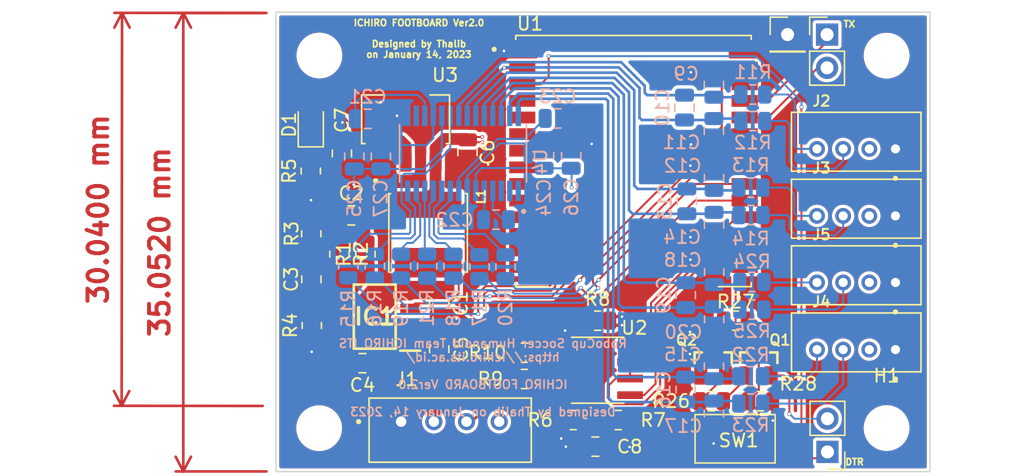
<source format=kicad_pcb>
(kicad_pcb (version 20211014) (generator pcbnew)
  (layers (0 "F.Cu" signal) (1 "In1.Cu" signal "GND") (2 "In2.Cu" signal "PWR") (31 "B.Cu" signal) (34 "B.Paste" user) (35 "F.Paste" user) (36 "B.SilkS" user "B.Silkscreen") (37 "F.SilkS" user "F.Silkscreen") (38 "B.Mask" user) (39 "F.Mask" user) (44 "Edge.Cuts" user))
  (net 0 "")
  (net 10 "+5V")
  (net 11 "Net-(C3-Pad2)")
  (net 12 "Net-(C4-Pad2)")
  (net 13 "Net-(C5-Pad1)")
  (net 14 "Net-(C5-Pad2)")
  (net 15 "+3V3")
  (net 16 "Net-(D1-Pad1)")
  (net 17 "Net-(IC1-Pad7)")
  (net 18 "DXL_P")
  (net 19 "DXL_N")
  (net 20 "FL_P")
  (net 21 "FL_N")
  (net 22 "VIN")
  (net 23 "GND")
  (net 24 "DXL_RX")
  (net 25 "Net-(C3-Pad1)")
  (net 26 "DXL_TX")
  (net 27 "Net-(IC1-Pad5)")
  (net 28 "DXL_DIR")
  (net 29 "FR_P")
  (net 30 "FR_N")
  (net 31 "BL_P")
  (net 32 "BL_N")
  (net 33 "BR_P")
  (net 34 "BR_N")
  (net 35 "Net-(C21-Pad2)")
  (net 36 "Net-(C22-Pad1)")
  (net 37 "Net-(C22-Pad2)")
  (net 38 "Net-(C23-Pad2)")
  (net 39 "Net-(J2-Pad3)")
  (net 40 "Net-(J2-Pad4)")
  (net 41 "Net-(J3-Pad3)")
  (net 42 "Net-(J3-Pad4)")
  (net 43 "Net-(J4-Pad3)")
  (net 44 "Net-(J4-Pad4)")
  (net 45 "Net-(J5-Pad3)")
  (net 46 "Net-(J5-Pad4)")
  (net 47 "TX")
  (net 48 "RX")
  (net 49 "EN")
  (net 50 "RTS")
  (net 51 "Net-(Q1-PadB)")
  (net 52 "IO0")
  (net 53 "DTR")
  (net 54 "Net-(Q2-PadB)")
  (net 55 "Net-(R6-Pad1)")
  (net 56 "Net-(R10-Pad1)")
  (net 57 "ADS_RESET")
  (net 58 "ADS_DRDY")
  (net 59 "ADS_CS")
  (net 60 "ADS_SCLK")
  (net 61 "ADS_DOUT")
  (net 62 "ADS_START")
  (net 63 "ADS_DIN")
  (net 68 "Net-(R15-Pad2)")
  (net 69 "Net-(R16-Pad2)")
  (net 70 "Net-(R17-Pad2)")
  (net 71 "Net-(R18-Pad2)")
  (net 72 "Net-(R19-Pad2)")
  (net 73 "Net-(R20-Pad2)")
  (net 74 "Net-(R21-Pad2)")
  (footprint "Capacitor_SMD:C_0805_2012Metric" (layer "F.Cu") (at 96.78 100.89 -90)
    (fp_text reference "C5")
    (fp_text value "100nF")
  )
  (footprint "Capacitor_SMD:C_0805_2012Metric" (layer "F.Cu") (at 108.715 108.34 180)
    (fp_text reference "C8")
    (fp_text value "100nF")
  )
  (footprint "Resistor_SMD:R_0805_2012Metric" (layer "F.Cu") (at 119.44 98.71 180)
    (fp_text reference "R27")
    (fp_text value "10k")
  )
  (footprint "Resistor_SMD:R_0805_2012Metric" (layer "F.Cu") (at 86.96 87.2725 90)
    (fp_text reference "R5")
    (fp_text value "220")
  )
  (footprint "Resistor_SMD:R_0805_2012Metric" (layer "F.Cu") (at 110.4675 106.31 180)
    (fp_text reference "R7")
    (fp_text value "1k")
  )
  (footprint "Capacitor_SMD:C_0805_2012Metric" (layer "F.Cu") (at 90.06 90.66)
    (fp_text reference "C2")
    (fp_text value "22uF/6.3")
  )
  (footprint "MAX485ESA_T:SOIC127P600X175-8N" (layer "F.Cu") (at 108.895 102.5 180)
    (fp_text reference "U2")
    (fp_text value "MAX485E")
  )
  (footprint "LIB_ESP32-WROOM-32UE_M113EH2800UH3Q0_:XCVR_ESP32-WROOM-32U" (layer "F.Cu") (at 111.63 86.51)
    (fp_text reference "U1")
    (fp_text value "ESP32-WROOM-32U")
  )
  (footprint "LED_SMD:LED_0805_2012Metric" (layer "F.Cu") (at 86.96 83.74 90)
    (fp_text reference "D1")
    (fp_text value "LED")
  )
  (footprint "MountingHole:MountingHole_3mm" (layer "F.Cu") (at 130.98 106.92)
    (fp_text reference "H1")
    (fp_text value "MountingHole" hide)
  )
  (footprint "B4B-PH-K-S_LF__SN_:JST_B4B-PH-K-S(LF)(SN)" (layer "F.Cu") (at 128.66 90.15)
    (fp_text reference "J3")
    (fp_text value "B4B-PH-K-S(LF)(SN)")
  )
  (footprint "MMBT2222_:SOT23-BEC" (layer "F.Cu") (at 117.7225 101.8)
    (fp_text reference "Q2")
    (fp_text value "MMBT2222*")
  )
  (footprint "MountingHole:MountingHole_3mm" (layer "F.Cu") (at 87.62 78.44)
    (fp_text reference "H3" hide)
    (fp_text value "MountingHole" hide)
  )
  (footprint "Resistor_SMD:R_0805_2012Metric" (layer "F.Cu") (at 103.29 103.17 180)
    (fp_text reference "R9")
    (fp_text value "22")
  )
  (footprint "MMBT2222_:SOT23-BEC" (layer "F.Cu") (at 121.21 101.8)
    (fp_text reference "Q1")
    (fp_text value "MMBT2222*")
  )
  (footprint "Resistor_SMD:R_0805_2012Metric" (layer "F.Cu") (at 108.89 98.71)
    (fp_text reference "R8")
    (fp_text value "1k")
  )
  (footprint "MountingHole:MountingHole_3mm" (layer "F.Cu") (at 130.98 78.45)
    (fp_text reference "H4" hide)
    (fp_text value "MountingHole")
  )
  (footprint "Capacitor_SMD:C_0805_2012Metric" (layer "F.Cu") (at 96.78 97.38 90)
    (fp_text reference "C1")
    (fp_text value "10uF/25")
  )
  (footprint "Button_Switch_SMD:SW_SPST_CK_RS282G05A3" (layer "F.Cu") (at 119.4 107.74)
    (fp_text reference "SW1")
    (fp_text value "SW_Push" hide)
  )
  (footprint "VLS6045EX-3R3N:IND_VLS6045EX-3R3N" (layer "F.Cu") (at 95.93 92 90)
    (fp_text reference "L1")
    (fp_text value "22uH")
  )
  (footprint "Connector_PinHeader_2.54mm asli:PinHeader_1x01_P2.54mm_Vertical" (layer "F.Cu") (at 123.41 76.84)
    (fp_text reference "J8" hide)
    (fp_text value "Conn_01x01")
  )
  (footprint "Resistor_SMD:R_0805_2012Metric" (layer "F.Cu") (at 107.025 106.31 180)
    (fp_text reference "R6")
    (fp_text value "1k")
  )
  (footprint "B4B-PH-K-S_LF__SN_:JST_B4B-PH-K-S(LF)(SN)" (layer "F.Cu") (at 128.66 95.24)
    (fp_text reference "J5")
    (fp_text value "B4B-PH-K-S(LF)(SN)")
  )
  (footprint "Resistor_SMD:R_0805_2012Metric" (layer "F.Cu") (at 117.59 104.87)
    (fp_text reference "R26")
    (fp_text value "10k")
  )
  (footprint "Connector_PinHeader_2.54mm asli:PinHeader_1x02_P2.54mm_Vertical" (layer "F.Cu") (at 126.43 76.84)
    (fp_text reference "TX")
    (fp_text value "Conn_01x02")
  )
  (footprint "Resistor_SMD:R_0805_2012Metric" (layer "F.Cu") (at 87.04 99.08 90)
    (fp_text reference "R4")
    (fp_text value "100k")
  )
  (footprint "Capacitor_SMD:C_0805_2012Metric" (layer "F.Cu") (at 89.34 85.926 90)
    (fp_text reference "C7")
    (fp_text value "10uF")
  )
  (footprint "Capacitor_SMD:C_0805_2012Metric" (layer "F.Cu") (at 98.94 85.836 90)
    (fp_text reference "C6")
    (fp_text value "10uF")
  )
  (footprint "22-03-5045:MOLEX_22-03-5045" (layer "F.Cu") (at 97.6175 107.08)
    (fp_text reference "J1")
    (fp_text value "22-03-5045" hide)
  )
  (footprint "B4B-PH-K-S_LF__SN_:JST_B4B-PH-K-S(LF)(SN)" (layer "F.Cu") (at 128.66 100.3725)
    (fp_text reference "J4")
    (fp_text value "B4B-PH-K-S(LF)(SN)")
  )
  (footprint "B4B-PH-K-S_LF__SN_:JST_B4B-PH-K-S(LF)(SN)" (layer "F.Cu") (at 128.66 85.03)
    (fp_text reference "J2")
    (fp_text value "B4B-PH-K-S(LF)(SN)")
  )
  (footprint "Capacitor_SMD:C_0805_2012Metric" (layer "F.Cu") (at 90.91 101.96 180)
    (fp_text reference "C4")
    (fp_text value "100nF")
  )
  (footprint "AMS1117:SOT229P700X180-4N" (layer "F.Cu") (at 94.21 83.316 90)
    (fp_text reference "U3")
    (fp_text value "AMS1117-3.3" hide)
  )
  (footprint "Resistor_SMD:R_0805_2012Metric" (layer "F.Cu") (at 91.14 93.62 90)
    (fp_text reference "R1")
    (fp_text value "8.2k")
  )
  (footprint "Resistor_SMD:R_0805_2012Metric" (layer "F.Cu") (at 121.34 104.87)
    (fp_text reference "R28")
    (fp_text value "10k")
  )
  (footprint "KiCad:SOIC127P600X175-8N" (layer "F.Cu") (at 91.85 98.4 180)
    (fp_text reference "IC1")
    (fp_text value "MP1482DS-LF-Z" hide)
  )
  (footprint "Resistor_SMD:R_0805_2012Metric" (layer "F.Cu") (at 103.29 101.16 180)
    (fp_text reference "R10")
    (fp_text value "22")
  )
  (footprint "MountingHole:MountingHole_3mm" (layer "F.Cu") (at 87.6 106.93)
    (fp_text reference "H2")
    (fp_text value "MountingHole" hide)
  )
  (footprint "Connector_PinHeader_2.54mm asli:PinHeader_1x02_P2.54mm_Vertical" (layer "F.Cu") (at 126.46 108.745 180)
    (fp_text reference "DTR")
    (fp_text value "Conn_01x02")
  )
  (footprint "Resistor_SMD:R_0805_2012Metric" (layer "F.Cu") (at 87 92.07 -90)
    (fp_text reference "R3")
    (fp_text value "8.2k")
  )
  (footprint "Capacitor_SMD:C_0805_2012Metric" (layer "F.Cu") (at 87.01 95.55 -90)
    (fp_text reference "C3")
    (fp_text value "4.7nF")
  )
  (footprint "Resistor_SMD:R_0805_2012Metric" (layer "F.Cu") (at 89.15 93.6225 -90)
    (fp_text reference "R2")
    (fp_text value "47k")
  )
  (footprint "Resistor_SMD:R_0805_2012Metric" (layer "B.Cu") (at 97.87 94.55 -90)
    (fp_text reference "R18")
    (fp_text value "47")
  )
  (footprint "Resistor_SMD:R_0805_2012Metric" (layer "B.Cu") (at 95.86 94.5425 -90)
    (fp_text reference "R21")
    (fp_text value "47")
  )
  (footprint "Capacitor_SMD:C_0805_2012Metric" (layer "B.Cu") (at 117.78 102.2 -90)
    (fp_text reference "C15")
    (fp_text value "1nF")
  )
  (footprint "Resistor_SMD:R_0805_2012Metric" (layer "B.Cu") (at 120.6 88.54)
    (fp_text reference "R13")
    (fp_text value "1k")
  )
  (footprint "Resistor_SMD:R_0805_2012Metric" (layer "B.Cu") (at 89.83 94.52 -90)
    (fp_text reference "R15")
    (fp_text value "47")
  )
  (footprint "Capacitor_SMD:C_0805_2012Metric" (layer "B.Cu") (at 117.78 80.68 -90)
    (fp_text reference "C9")
    (fp_text value "1nF")
  )
  (footprint "Capacitor_SMD:C_0805_2012Metric" (layer "B.Cu") (at 117.79 87.8 -90)
    (fp_text reference "C12")
    (fp_text value "1nF")
  )
  (footprint "Resistor_SMD:R_0805_2012Metric" (layer "B.Cu") (at 120.68 95.75)
    (fp_text reference "R24")
    (fp_text value "1k")
  )
  (footprint "Resistor_SMD:R_0805_2012Metric" (layer "B.Cu") (at 120.59 102.96)
    (fp_text reference "R22")
    (fp_text value "1k")
  )
  (footprint "Resistor_SMD:R_0805_2012Metric" (layer "B.Cu") (at 120.75 83.45)
    (fp_text reference "R12")
    (fp_text value "1k")
  )
  (footprint "Capacitor_SMD:C_0805_2012Metric" (layer "B.Cu") (at 101.12 90.99 180)
    (fp_text reference "C22")
    (fp_text value "4.7nF")
  )
  (footprint "Resistor_SMD:R_0805_2012Metric" (layer "B.Cu") (at 120.61 90.64)
    (fp_text reference "R14")
    (fp_text value "1k")
  )
  (footprint "Capacitor_SMD:C_0805_2012Metric" (layer "B.Cu") (at 115.62 103.98 -90)
    (fp_text reference "C16")
    (fp_text value "1nF")
  )
  (footprint "Capacitor_SMD:C_0805_2012Metric" (layer "B.Cu") (at 115.71 89.59 -90)
    (fp_text reference "C13")
    (fp_text value "1nF")
  )
  (footprint "Resistor_SMD:R_0805_2012Metric" (layer "B.Cu") (at 101.85 94.5925 -90)
    (fp_text reference "R20")
    (fp_text value "47")
  )
  (footprint "Capacitor_SMD:C_0805_2012Metric" (layer "B.Cu") (at 117.8 95 -90)
    (fp_text reference "C18")
    (fp_text value "1nF")
  )
  (footprint "Resistor_SMD:R_0805_2012Metric" (layer "B.Cu") (at 120.68 97.86)
    (fp_text reference "R25")
    (fp_text value "1k")
  )
  (footprint "Resistor_SMD:R_0805_2012Metric" (layer "B.Cu") (at 99.86 94.595 -90)
    (fp_text reference "R17")
    (fp_text value "47")
  )
  (footprint "Capacitor_SMD:C_0805_2012Metric" (layer "B.Cu") (at 115.63 96.76 -90)
    (fp_text reference "C19")
    (fp_text value "1nF")
  )
  (footprint "Resistor_SMD:R_0805_2012Metric" (layer "B.Cu") (at 93.86 94.5425 -90)
    (fp_text reference "R19")
    (fp_text value "47")
  )
  (footprint "Capacitor_SMD:C_0805_2012Metric" (layer "B.Cu") (at 90.29 86.16 -90)
    (fp_text reference "C25")
    (fp_text value "0.1uF")
  )
  (footprint "Capacitor_SMD:C_0805_2012Metric" (layer "B.Cu") (at 117.79 91.38 90)
    (fp_text reference "C14")
    (fp_text value "1nF")
  )
  (footprint "Resistor_SMD:R_0805_2012Metric" (layer "B.Cu") (at 91.86 94.5425 -90)
    (fp_text reference "R16")
    (fp_text value "47")
  )
  (footprint "Capacitor_SMD:C_0805_2012Metric" (layer "B.Cu") (at 104.8 86.11 -90)
    (fp_text reference "C24")
    (fp_text value "0.1uF")
  )
  (footprint "Capacitor_SMD:C_0805_2012Metric" (layer "B.Cu") (at 117.78 84.21 90)
    (fp_text reference "C11")
    (fp_text value "1nF")
  )
  (footprint "Capacitor_SMD:C_0805_2012Metric" (layer "B.Cu") (at 106.87 86.11 -90)
    (fp_text reference "C26")
    (fp_text value "1uF")
  )
  (footprint "Capacitor_SMD:C_0805_2012Metric" (layer "B.Cu") (at 91.31 83.28 180)
    (fp_text reference "C21")
    (fp_text value "1uF")
  )
  (footprint "Capacitor_SMD:C_0805_2012Metric" (layer "B.Cu") (at 117.8 98.6 90)
    (fp_text reference "C20")
    (fp_text value "1nF")
  )
  (footprint "ADS1262IPW:SOP65P640X120-28N" (layer "B.Cu") (at 98.6 85.915 90)
    (fp_text reference "U4")
    (fp_text value "ADS1262IPW")
  )
  (footprint "Capacitor_SMD:C_0805_2012Metric" (layer "B.Cu") (at 115.53 82.42 -90)
    (fp_text reference "C10")
    (fp_text value "1nF")
  )
  (footprint "Resistor_SMD:R_0805_2012Metric" (layer "B.Cu") (at 120.59 105.05)
    (fp_text reference "R23")
    (fp_text value "1k")
  )
  (footprint "Capacitor_SMD:C_0805_2012Metric" (layer "B.Cu") (at 117.78 105.8 90)
    (fp_text reference "C17")
    (fp_text value "1nF")
  )
  (footprint "Resistor_SMD:R_0805_2012Metric" (layer "B.Cu") (at 120.75 81.42)
    (fp_text reference "R11")
    (fp_text value "1k")
  )
  (footprint "Capacitor_SMD:C_0805_2012Metric" (layer "B.Cu") (at 92.32 86.16 -90)
    (fp_text reference "C27")
    (fp_text value "1uF")
  )
  (footprint "Capacitor_SMD:C_0805_2012Metric" (layer "B.Cu") (at 105.83 83.25 180)
    (fp_text reference "C23")
    (fp_text value "1uF")
  )
  (gr_rect (start 134.3 110.25) (end 84.3 75.125) (layer "Edge.Cuts") (width 0.1) (fill none))
  (gr_text "RoboCup Soccer Humanoid Team ICHIRO ITS\nhttps://ichiro.its.ac.id/\n\nICHIRO FOOTBOARD Ver2.0\n\nDesigned by Thalib on January 14, 2023" (at 100.12 103.07) (layer "B.SilkS") (effects (font (size 0.65 0.65) (thickness 0.125)) (justify mirror)))
  (gr_text "ICHIRO FOOTBOARD Ver2.0\n\nDesigned by Thalib\non January 14, 2023" (at 95.23 77.15) (layer "F.SilkS") (effects (font (size 0.5 0.5) (thickness 0.125))))
  (dimension (type aligned) (layer "F.Cu") (pts (xy 83.81 75.19) (xy 83.78 105.23)) (height 11.278286) (gr_text "30,0400 mm" (at 70.716721 90.196939 89.94278053) (layer "F.Cu") (effects (font (size 1.5 1.5) (thickness 0.3)))) (format (units 3) (units_format 1) (precision 4)) (style (thickness 0.2) (arrow_length 1.27) (text_position_mode 0) (extension_height 0.58642) (extension_offset 0.5) keep_text_aligned))
  (dimension (type aligned) (layer "F.Cu") (pts (xy 84.074 75.184) (xy 84.074 110.236)) (height 6.858) (gr_text "35,0520 mm" (at 75.416 92.71 90) (layer "F.Cu") (effects (font (size 1.5 1.5) (thickness 0.3)))) (format (units 3) (units_format 1) (precision 4)) (style (thickness 0.2) (arrow_length 1.27) (text_position_mode 0) (extension_height 0.58642) (extension_offset 0.5) keep_text_aligned))
  (segment (start 96.5 85.53) (end 97.21 84.82) (width 0.9) (layer "F.Cu") (net 10))
  (segment (start 91.01 90.66) (end 91.77 89.9) (width 1) (layer "F.Cu") (net 10))
  (segment (start 100.07 85.07) (end 99.124 85.07) (width 0.15) (layer "F.Cu") (net 10))
  (segment (start 98.874 84.82) (end 98.94 84.886) (width 0.15) (layer "F.Cu") (net 10))
  (segment (start 100.07 84.67) (end 99.156 84.67) (width 0.15) (layer "F.Cu") (net 10))
  (segment (start 91.01 92.5775) (end 91.01 90.92) (width 1) (layer "F.Cu") (net 10))
  (segment (start 91.14 92.7075) (end 91.01 92.5775) (width 1) (layer "F.Cu") (net 10))
  (segment (start 96.5 89.33) (end 95.93 89.9) (width 0.15) (layer "F.Cu") (net 10))
  (segment (start 97.21 84.82) (end 98.874 84.82) (width 0.9) (layer "F.Cu") (net 10))
  (segment (start 91.77 89.9) (end 95.93 89.9) (width 1) (layer "F.Cu") (net 10))
  (segment (start 91.01 90.92) (end 91.14 90.79) (width 1) (layer "F.Cu") (net 10))
  (segment (start 96.5 86.661) (end 96.5 85.53) (width 0.9) (layer "F.Cu") (net 10))
  (segment (start 99.156 84.67) (end 98.94 84.886) (width 0.15) (layer "F.Cu") (net 10))
  (segment (start 96.5 86.661) (end 96.5 89.33) (width 0.9) (layer "F.Cu") (net 10))
  (segment (start 99.124 85.07) (end 98.94 84.886) (width 0.15) (layer "F.Cu") (net 10))
  (segment (start 91.14 90.79) (end 91.01 90.66) (width 0.15) (layer "F.Cu") (net 10))
  (via blind (at 100.07 84.67) (size 0.3) (drill 0.2) (layers "F.Cu" "In2.Cu") (net 10))
  (via blind (at 100.07 85.07) (size 0.3) (drill 0.2) (layers "F.Cu" "In2.Cu") (net 10))
  (via blind (at 106.9 88.54) (size 0.3) (drill 0.2) (layers "In2.Cu" "B.Cu") (net 10))
  (segment (start 100.014974 87.04) (end 104.78 87.04) (width 0.15) (layer "B.Cu") (net 10))
  (segment (start 106.9 88.54) (end 106.9 87.09) (width 0.15) (layer "B.Cu") (net 10))
  (segment (start 104.8 87.06) (end 106.87 87.06) (width 0.15) (layer "B.Cu") (net 10))
  (segment (start 99.575 87.479974) (end 100.014974 87.04) (width 0.15) (layer "B.Cu") (net 10))
  (segment (start 104.78 87.04) (end 104.8 87.06) (width 0.15) (layer "B.Cu") (net 10))
  (segment (start 99.575 88.785) (end 99.575 87.479974) (width 0.15) (layer "B.Cu") (net 10))
  (segment (start 106.9 87.09) (end 106.87 87.06) (width 0.15) (layer "B.Cu") (net 10))
  (segment (start 88.275 97.765) (end 89.138 97.765) (width 0.15) (layer "F.Cu") (net 11))
  (segment (start 87.01 96.5) (end 88.275 97.765) (width 0.15) (layer "F.Cu") (net 11))
  (segment (start 89.138 101.138) (end 89.96 101.96) (width 0.15) (layer "F.Cu") (net 12))
  (segment (start 89.138 100.305) (end 89.138 101.138) (width 0.15) (layer "F.Cu") (net 12))
  (segment (start 96.415 100.305) (end 96.78 99.94) (width 0.15) (layer "F.Cu") (net 13))
  (segment (start 94.562 100.305) (end 96.415 100.305) (width 0.15) (layer "F.Cu") (net 13))
  (segment (start 94.53 94.1) (end 95.93 94.1) (width 0.15) (layer "F.Cu") (net 14))
  (segment (start 94.937 97.39) (end 97.51 97.39) (width 0.15) (layer "F.Cu") (net 14))
  (segment (start 93.79 94.75) (end 95.28 94.75) (width 0.15) (layer "F.Cu") (net 14))
  (segment (start 97.51 97.39) (end 98.27 96.63) (width 0.15) (layer "F.Cu") (net 14))
  (segment (start 93.02 100.67) (end 93.02 98.33) (width 0.15) (layer "F.Cu") (net 14))
  (segment (start 93.02 98.33) (end 93.585 97.765) (width 0.15) (layer "F.Cu") (net 14))
  (segment (start 98.27 96.63) (end 98.27 95.61) (width 0.15) (layer "F.Cu") (net 14))
  (segment (start 94.19 101.84) (end 93.02 100.67) (width 0.15) (layer "F.Cu") (net 14))
  (segment (start 97.6 94.1) (end 98.25 94.75) (width 0.15) (layer "F.Cu") (net 14))
  (segment (start 95.93 94.1) (end 97.6 94.1) (width 0.15) (layer "F.Cu") (net 14))
  (segment (start 94.562 97.765) (end 94.937 97.39) (width 0.15) (layer "F.Cu") (net 14))
  (segment (start 96.76 94.1) (end 95.93 94.1) (width 0.15) (layer "F.Cu") (net 14))
  (segment (start 98.27 95.61) (end 96.76 94.1) (width 0.15) (layer "F.Cu") (net 14))
  (segment (start 93.585 97.765) (end 94.562 97.765) (width 0.15) (layer "F.Cu") (net 14))
  (segment (start 95.28 94.75) (end 95.93 94.1) (width 0.15) (layer "F.Cu") (net 14))
  (segment (start 96.78 101.84) (end 94.19 101.84) (width 0.15) (layer "F.Cu") (net 14))
  (segment (start 110.75 98.4) (end 110.1125 98.4) (width 0.25) (layer "F.Cu") (net 15))
  (segment (start 106.1 107.72) (end 106.1 107.98) (width 0.9) (layer "F.Cu") (net 15))
  (segment (start 122.28 106.35) (end 122.28 104.8975) (width 0.25) (layer "F.Cu") (net 15))
  (segment (start 106.1 106.3225) (end 106.1125 106.31) (width 0.15) (layer "F.Cu") (net 15))
  (segment (start 106.1125 104.7125) (end 106.42 104.405) (width 0.5) (layer "F.Cu") (net 15))
  (segment (start 94.22 85.36) (end 94.22 86.651) (width 0.9) (layer "F.Cu") (net 15))
  (segment (start 88.6225 82.8025) (end 89.38 83.56) (width 0.9) (layer "F.Cu") (net 15))
  (segment (start 89.34 84.976) (end 89.34 83.6) (width 0.9) (layer "F.Cu") (net 15))
  (segment (start 89.34 84.976) (end 93.836 84.976) (width 0.9) (layer "F.Cu") (net 15))
  (segment (start 94.22 86.651) (end 94.21 86.661) (width 0.15) (layer "F.Cu") (net 15))
  (segment (start 110.1125 98.4) (end 109.8025 98.71) (width 0.15) (layer "F.Cu") (net 15))
  (segment (start 106.1 107.98) (end 106.46 108.34) (width 0.9) (layer "F.Cu") (net 15))
  (segment (start 106.1125 106.31) (end 106.1125 104.7125) (width 0.5) (layer "F.Cu") (net 15))
  (segment (start 110.1525 99.06) (end 109.8025 98.71) (width 0.15) (layer "F.Cu") (net 15))
  (segment (start 101.75 79.37) (end 103.13 79.37) (width 0.25) (layer "F.Cu") (net 15))
  (segment (start 107.765 108.34) (end 106.46 108.34) (width 0.9) (layer "F.Cu") (net 15))
  (segment (start 89.1335 84.976) (end 89.34 84.976) (width 0.15) (layer "F.Cu") (net 15))
  (segment (start 93.836 84.976) (end 94.22 85.36) (width 0.9) (layer "F.Cu") (net 15))
  (segment (start 122.28 104.8975) (end 122.2525 104.87) (width 0.15) (layer "F.Cu") (net 15))
  (segment (start 86.96 82.8025) (end 88.6225 82.8025) (width 0.9) (layer "F.Cu") (net 15))
  (segment (start 110.75 99.06) (end 110.1525 99.06) (width 0.25) (layer "F.Cu") (net 15))
  (segment (start 106.1 107.72) (end 106.1 106.3225) (width 0.9) (layer "F.Cu") (net 15))
  (segment (start 89.34 83.6) (end 89.38 83.56) (width 0.15) (layer "F.Cu") (net 15))
  (via blind (at 110.75 98.4) (size 0.3) (drill 0.2) (layers "F.Cu" "In2.Cu") (net 15))
  (via blind (at 106.46 108.34) (size 0.3) (drill 0.2) (layers "F.Cu" "In2.Cu") (net 15))
  (via blind (at 122.28 106.35) (size 0.3) (drill 0.2) (layers "F.Cu" "In2.Cu") (net 15))
  (via blind (at 106.1 107.72) (size 0.3) (drill 0.2) (layers "F.Cu" "In2.Cu") (net 15))
  (via blind (at 89.38 83.56) (size 0.3) (drill 0.2) (layers "F.Cu" "In2.Cu") (net 15))
  (via blind (at 101.75 79.37) (size 0.3) (drill 0.2) (layers "F.Cu" "In2.Cu") (net 15))
  (via blind (at 110.75 99.06) (size 0.3) (drill 0.2) (layers "F.Cu" "In2.Cu") (net 15))
  (via blind (at 90.25 88.31) (size 0.3) (drill 0.2) (layers "In2.Cu" "B.Cu") (net 15))
  (segment (start 95.585026 87.12) (end 96.975 85.730026) (width 0.15) (layer "B.Cu") (net 15))
  (segment (start 96.975 85.730026) (end 96.975 83.045) (width 0.15) (layer "B.Cu") (net 15))
  (segment (start 90.25 87.15) (end 90.29 87.11) (width 0.15) (layer "B.Cu") (net 15))
  (segment (start 92.32 87.11) (end 92.33 87.12) (width 0.15) (layer "B.Cu") (net 15))
  (segment (start 90.25 88.31) (end 90.25 87.15) (width 0.15) (layer "B.Cu") (net 15))
  (segment (start 92.32 87.11) (end 90.29 87.11) (width 0.15) (layer "B.Cu") (net 15))
  (segment (start 92.325 87.105) (end 92.32 87.11) (width 0.15) (layer "B.Cu") (net 15))
  (segment (start 92.33 87.12) (end 95.585026 87.12) (width 0.15) (layer "B.Cu") (net 15))
  (segment (start 86.96 86.36) (end 86.96 84.6775) (width 0.15) (layer "F.Cu") (net 16))
  (segment (start 87.9075 99.035) (end 89.138 99.035) (width 0.15) (layer "F.Cu") (net 17))
  (segment (start 87.04 98.1675) (end 87.9075 99.035) (width 0.15) (layer "F.Cu") (net 17))
  (segment (start 100.72 101.93) (end 101.49 101.16) (width 0.2) (layer "F.Cu") (net 18))
  (segment (start 98.8675 106.43) (end 99.27 106.43) (width 0.2) (layer "F.Cu") (net 18))
  (segment (start 100.72 104.98) (end 100.72 101.93) (width 0.2) (layer "F.Cu") (net 18))
  (segment (start 101.49 101.16) (end 102.3775 101.16) (width 0.2) (layer "F.Cu") (net 18))
  (segment (start 99.27 106.43) (end 100.72 104.98) (width 0.2) (layer "F.Cu") (net 18))
  (segment (start 101.3675 103.5125) (end 101.71 103.17) (width 0.2) (layer "F.Cu") (net 19))
  (segment (start 101.3675 106.43) (end 101.3675 103.5125) (width 0.2) (layer "F.Cu") (net 19))
  (segment (start 101.71 103.17) (end 102.3775 103.17) (width 0.2) (layer "F.Cu") (net 19))
  (segment (start 119.6275 81.63) (end 119.8375 81.42) (width 0.2) (layer "B.Cu") (net 20))
  (segment (start 112.255683 80.525884) (end 112.489998 80.760199) (width 0.2) (layer "B.Cu") (net 20))
  (segment (start 110.679796 78.95) (end 112.25568 80.525884) (width 0.2) (layer "B.Cu") (net 20))
  (segment (start 101.555314 78.95) (end 110.679796 78.95) (width 0.2) (layer "B.Cu") (net 20))
  (segment (start 112.489998 81.279998) (end 112.68 81.47) (width 0.2) (layer "B.Cu") (net 20))
  (segment (start 112.68 81.47) (end 115.53 81.47) (width 0.2) (layer "B.Cu") (net 20))
  (segment (start 98.275 82.230314) (end 101.555314 78.95) (width 0.2) (layer "B.Cu") (net 20))
  (segment (start 117.62 81.47) (end 117.78 81.63) (width 0.2) (layer "B.Cu") (net 20))
  (segment (start 98.275 83.045) (end 98.275 82.230314) (width 0.2) (layer "B.Cu") (net 20))
  (segment (start 112.25568 80.525884) (end 112.255683 80.525884) (width 0.2) (layer "B.Cu") (net 20))
  (segment (start 117.78 81.63) (end 119.6275 81.63) (width 0.2) (layer "B.Cu") (net 20))
  (segment (start 115.53 81.47) (end 117.62 81.47) (width 0.2) (layer "B.Cu") (net 20))
  (segment (start 112.489998 80.760199) (end 112.489998 81.279998) (width 0.2) (layer "B.Cu") (net 20))
  (segment (start 117.67 83.37) (end 117.78 83.26) (width 0.2) (layer "B.Cu") (net 21))
  (segment (start 112.089998 83.199998) (end 112.089998 80.925884) (width 0.2) (layer "B.Cu") (net 21))
  (segment (start 117.78 83.26) (end 119.6475 83.26) (width 0.2) (layer "B.Cu") (net 21))
  (segment (start 110.514111 79.35) (end 101.721 79.35) (width 0.2) (layer "B.Cu") (net 21))
  (segment (start 101.721 79.35) (end 98.925 82.146) (width 0.2) (layer "B.Cu") (net 21))
  (segment (start 115.53 83.37) (end 112.26 83.37) (width 0.2) (layer "B.Cu") (net 21))
  (segment (start 112.089998 80.925884) (end 110.514111 79.35) (width 0.2) (layer "B.Cu") (net 21))
  (segment (start 119.6475 83.26) (end 119.8375 83.45) (width 0.2) (layer "B.Cu") (net 21))
  (segment (start 115.53 83.37) (end 117.67 83.37) (width 0.2) (layer "B.Cu") (net 21))
  (segment (start 112.26 83.37) (end 112.089998 83.199998) (width 0.2) (layer "B.Cu") (net 21))
  (segment (start 98.925 82.146) (end 98.925 83.045) (width 0.2) (layer "B.Cu") (net 21))
  (segment (start 87.03 101.09) (end 87.03 100.0025) (width 1) (layer "F.Cu") (net 22))
  (segment (start 98.55 98.82) (end 98.06 98.33) (width 1) (layer "F.Cu") (net 22))
  (segment (start 96.3675 105.4625) (end 98.55 103.28) (width 1) (layer "F.Cu") (net 22))
  (segment (start 87.03 100.0025) (end 87.04 99.9925) (width 0.15) (layer "F.Cu") (net 22))
  (segment (start 87.36 100.3125) (end 87.04 99.9925) (width 0.15) (layer "F.Cu") (net 22))
  (segment (start 86.75 100.2825) (end 87.04 99.9925) (width 0.15) (layer "F.Cu") (net 22))
  (segment (start 94.562 99.035) (end 96.075 99.035) (width 0.25) (layer "F.Cu") (net 22))
  (segment (start 98.06 98.33) (end 96.78 98.33) (width 1) (layer "F.Cu") (net 22))
  (segment (start 96.3675 106.43) (end 96.3675 105.4625) (width 1) (layer "F.Cu") (net 22))
  (segment (start 98.55 103.28) (end 98.55 98.82) (width 1) (layer "F.Cu") (net 22))
  (segment (start 96.075 99.035) (end 96.78 98.33) (width 0.25) (layer "F.Cu") (net 22))
  (via blind (at 87.03 101.09) (size 0.3) (drill 0.2) (layers "F.Cu" "In2.Cu") (net 22))
  (via blind (at 98.1 98.09) (size 0.3) (drill 0.2) (layers "F.Cu" "In2.Cu") (net 22))
  (via blind (at 98.1 98.54) (size 0.3) (drill 0.2) (layers "F.Cu" "In2.Cu") (net 22))
  (segment (start 88.6125 91.1575) (end 89.11 90.66) (width 0.15) (layer "F.Cu") (net 23))
  (segment (start 98.956 86.77) (end 98.94 86.786) (width 0.15) (layer "F.Cu") (net 23))
  (segment (start 101.73 78.09) (end 103.12 78.09) (width 0.25) (layer "F.Cu") (net 23))
  (segment (start 115.5 108.03) (end 115.17 108.36) (width 0.15) (layer "F.Cu") (net 23))
  (segment (start 86.98 91.1375) (end 87 91.1575) (width 0.15) (layer "F.Cu") (net 23))
  (segment (start 92.19 102.29) (end 91.86 101.96) (width 0.15) (layer "F.Cu") (net 23))
  (segment (start 86.96 89.48) (end 86.98 89.5) (width 0.15) (layer "F.Cu") (net 23))
  (segment (start 111.34 108.36) (end 111.33 108.37) (width 0.15) (layer "F.Cu") (net 23))
  (segment (start 103.12 78.09) (end 103.13 78.1) (width 0.15) (layer "F.Cu") (net 23))
  (segment (start 94.562 96.495) (end 96.715 96.495) (width 0.15) (layer "F.Cu") (net 23))
  (segment (start 106.4 100.575) (end 106.42 100.595) (width 0.15) (layer "F.Cu") (net 23))
  (segment (start 111.38 108.32) (end 111.33 108.37) (width 0.15) (layer "F.Cu") (net 23))
  (segment (start 91.705 86.876) (end 91.92 86.661) (width 0.15) (layer "F.Cu") (net 23))
  (segment (start 96.715 96.495) (end 96.78 96.43) (width 0.15) (layer "F.Cu") (net 23))
  (segment (start 111.3 108.34) (end 111.33 108.37) (width 0.15) (layer "F.Cu") (net 23))
  (segment (start 89.15 90.7) (end 89.11 90.66) (width 0.15) (layer "F.Cu") (net 23))
  (via blind (at 106.4 99.47) (size 0.3) (drill 0.2) (layers "F.Cu" "In1.Cu") (net 23))
  (via blind (at 101.73 78.09) (size 0.3) (drill 0.2) (layers "F.Cu" "In1.Cu") (net 23))
  (via (at 117.76 108.1) (size 0.3) (drill 0.2) (layers "F.Cu" "B.Cu") (net 23))
  (via blind (at 100.52 86.77) (size 0.3) (drill 0.2) (layers "F.Cu" "In1.Cu") (net 23))
  (via blind (at 86.98 89.5) (size 0.3) (drill 0.2) (layers "F.Cu" "In1.Cu") (net 23))
  (via blind (at 111.33 108.37) (size 0.3) (drill 0.2) (layers "F.Cu" "In1.Cu") (net 23))
  (via blind (at 115.98 86.86) (size 0.3) (drill 0.2) (layers "In1.Cu" "B.Cu") (net 23))
  (via blind (at 115.98 94.05) (size 0.3) (drill 0.2) (layers "In1.Cu" "B.Cu") (net 23))
  (via blind (at 92.29 82.01) (size 0.3) (drill 0.2) (layers "In1.Cu" "B.Cu") (net 23))
  (via blind (at 108.43 85.2) (size 0.3) (drill 0.2) (layers "In1.Cu" "B.Cu") (net 23))
  (via blind (at 116.03 85.24) (size 0.3) (drill 0.2) (layers "In1.Cu" "B.Cu") (net 23))
  (via blind (at 93.55 83.05) (size 0.3) (drill 0.2) (layers "In1.Cu" "B.Cu") (net 23))
  (via blind (at 115.95 101.26) (size 0.3) (drill 0.2) (layers "In1.Cu" "B.Cu") (net 23))
  (via blind (at 115.98 92.33) (size 0.3) (drill 0.2) (layers "In1.Cu" "B.Cu") (net 23))
  (via blind (at 115.95 99.57) (size 0.3) (drill 0.2) (layers "In1.Cu" "B.Cu") (net 23))
  (via blind (at 116.02 79.72) (size 0.3) (drill 0.2) (layers "In1.Cu" "B.Cu") (net 23))
  (segment (start 96.325 84.775) (end 95.81 85.29) (width 0.15) (layer "B.Cu") (net 23))
  (segment (start 115.98 86.86) (end 117.78 86.86) (width 0.15) (layer "B.Cu") (net 23))
  (segment (start 117.78 108.08) (end 117.76 108.1) (width 0.15) (layer "B.Cu") (net 23))
  (segment (start 117.8 99.55) (end 115.97 99.55) (width 0.15) (layer "B.Cu") (net 23))
  (segment (start 93.555 83.045) (end 93.55 83.05) (width 0.15) (layer "B.Cu") (net 23))
  (segment (start 106.91 85.2) (end 106.87 85.16) (width 0.15) (layer "B.Cu") (net 23))
  (segment (start 98.925 88.785) (end 98.925 87.635) (width 0.15) (layer "B.Cu") (net 23))
  (segment (start 117.78 106.75) (end 117.78 108.08) (width 0.15) (layer "B.Cu") (net 23))
  (segment (start 101.4 85.16) (end 104.8 85.16) (width 0.15) (layer "B.Cu") (net 23))
  (segment (start 106.87 83.34) (end 106.78 83.25) (width 0.15) (layer "B.Cu") (net 23))
  (segment (start 94.375 83.045) (end 93.555 83.045) (width 0.15) (layer "B.Cu") (net 23))
  (segment (start 117.78 101.25) (end 115.96 101.25) (width 0.15) (layer "B.Cu") (net 23))
  (segment (start 92.32 83.34) (end 92.26 83.28) (width 0.15) (layer "B.Cu") (net 23))
  (segment (start 117.7 85.24) (end 117.78 85.16) (width 0.15) (layer "B.Cu") (net 23))
  (segment (start 115.97 99.55) (end 115.95 99.57) (width 0.15) (layer "B.Cu") (net 23))
  (segment (start 117.77 79.72) (end 117.78 79.73) (width 0.15) (layer "B.Cu") (net 23))
  (segment (start 116.03 85.24) (end 117.7 85.24) (width 0.15) (layer "B.Cu") (net 23))
  (segment (start 98.925 87.635) (end 101.4 85.16) (width 0.15) (layer "B.Cu") (net 23))
  (segment (start 115.98 92.33) (end 117.79 92.33) (width 0.15) (layer "B.Cu") (net 23))
  (segment (start 115.98 94.05) (end 117.8 94.05) (width 0.15) (layer "B.Cu") (net 23))
  (segment (start 96.325 83.045) (end 96.325 84.775) (width 0.15) (layer "B.Cu") (net 23))
  (segment (start 92.26 82.04) (end 92.29 82.01) (width 0.15) (layer "B.Cu") (net 23))
  (segment (start 115.96 101.25) (end 115.95 101.26) (width 0.15) (layer "B.Cu") (net 23))
  (segment (start 116.02 79.72) (end 117.77 79.72) (width 0.15) (layer "B.Cu") (net 23))
  (segment (start 92.4 85.29) (end 92.32 85.21) (width 0.15) (layer "B.Cu") (net 23))
  (segment (start 95.81 85.29) (end 92.4 85.29) (width 0.15) (layer "B.Cu") (net 23))
  (segment (start 117.78 86.86) (end 117.79 86.85) (width 0.15) (layer "B.Cu") (net 23))
  (segment (start 113.32 97.5) (end 118.75 92.07) (width 0.15) (layer "F.Cu") (net 24))
  (segment (start 112.445 104.405) (end 113.32 103.53) (width 0.15) (layer "F.Cu") (net 24))
  (segment (start 113.32 103.53) (end 113.32 97.5) (width 0.15) (layer "F.Cu") (net 24))
  (segment (start 118.75 92.07) (end 120.13 92.07) (width 0.15) (layer "F.Cu") (net 24))
  (segment (start 111.37 104.405) (end 112.445 104.405) (width 0.15) (layer "F.Cu") (net 24))
  (segment (start 87 94.59) (end 87.01 94.6) (width 0.15) (layer "F.Cu") (net 25))
  (segment (start 87 92.9825) (end 87 94.59) (width 0.15) (layer "F.Cu") (net 25))
  (segment (start 112.97 100.2) (end 112.97 97.355026) (width 0.15) (layer "F.Cu") (net 26))
  (segment (start 111.37 100.595) (end 112.575 100.595) (width 0.15) (layer "F.Cu") (net 26))
  (segment (start 112.575 100.595) (end 112.97 100.2) (width 0.15) (layer "F.Cu") (net 26))
  (segment (start 119.525026 90.8) (end 120.13 90.8) (width 0.15) (layer "F.Cu") (net 26))
  (segment (start 112.97 97.355026) (end 119.525026 90.8) (width 0.15) (layer "F.Cu") (net 26))
  (segment (start 89.138 96.495) (end 89.1775 96.495) (width 0.15) (layer "F.Cu") (net 27))
  (segment (start 89.1525 94.5325) (end 89.15 94.535) (width 0.15) (layer "F.Cu") (net 27))
  (segment (start 91.14 94.5325) (end 90.4875 94.5325) (width 1) (layer "F.Cu") (net 27))
  (segment (start 89.138 94.547) (end 89.15 94.535) (width 0.15) (layer "F.Cu") (net 27))
  (segment (start 111.37 101.865) (end 110.995284 101.865) (width 0.15) (layer "F.Cu") (net 28))
  (segment (start 113.67 103.749716) (end 113.67 97.644974) (width 0.15) (layer "F.Cu") (net 28))
  (segment (start 113.67 97.644974) (end 117.974974 93.34) (width 0.15) (layer "F.Cu") (net 28))
  (segment (start 109.76 104.72) (end 110.14 105.1) (width 0.15) (layer "F.Cu") (net 28))
  (segment (start 110.14 105.1) (end 112.319716 105.1) (width 0.15) (layer "F.Cu") (net 28))
  (segment (start 111.37 103.135) (end 110.265 103.135) (width 0.15) (layer "F.Cu") (net 28))
  (segment (start 109.76 103.64) (end 109.76 104.72) (width 0.15) (layer "F.Cu") (net 28))
  (segment (start 111.37 103.135) (end 111.37 101.865) (width 0.15) (layer "F.Cu") (net 28))
  (segment (start 117.974974 93.34) (end 120.13 93.34) (width 0.15) (layer "F.Cu") (net 28))
  (segment (start 110.265 103.135) (end 109.76 103.64) (width 0.15) (layer "F.Cu") (net 28))
  (segment (start 112.319716 105.1) (end 113.67 103.749716) (width 0.15) (layer "F.Cu") (net 28))
  (segment (start 115.71 88.64) (end 111.95 88.64) (width 0.2) (layer "B.Cu") (net 29))
  (segment (start 110.348426 79.75) (end 101.971 79.75) (width 0.2) (layer "B.Cu") (net 29))
  (segment (start 111.689998 88.379998) (end 111.689998 81.09157) (width 0.2) (layer "B.Cu") (net 29))
  (segment (start 117.68 88.64) (end 117.79 88.75) (width 0.2) (layer "B.Cu") (net 29))
  (segment (start 101.971 79.75) (end 99.575 82.146) (width 0.2) (layer "B.Cu") (net 29))
  (segment (start 111.95 88.64) (end 111.689998 88.379998) (width 0.2) (layer "B.Cu") (net 29))
  (segment (start 117.79 88.75) (end 119.4775 88.75) (width 0.2) (layer "B.Cu") (net 29))
  (segment (start 119.4775 88.75) (end 119.6875 88.54) (width 0.2) (layer "B.Cu") (net 29))
  (segment (start 99.575 82.146) (end 99.575 83.045) (width 0.2) (layer "B.Cu") (net 29))
  (segment (start 111.689998 81.09157) (end 110.348426 79.75) (width 0.2) (layer "B.Cu") (net 29))
  (segment (start 115.71 88.64) (end 117.68 88.64) (width 0.2) (layer "B.Cu") (net 29))
  (segment (start 102.205373 80.15) (end 100.225 82.130373) (width 0.2) (layer "B.Cu") (net 30))
  (segment (start 111.56 90.54) (end 111.289999 90.269999) (width 0.2) (layer "B.Cu") (net 30))
  (segment (start 110.182741 80.15) (end 102.205373 80.15) (width 0.2) (layer "B.Cu") (net 30))
  (segment (start 111.289999 81.257256) (end 110.182741 80.15) (width 0.2) (layer "B.Cu") (net 30))
  (segment (start 117.68 90.54) (end 117.79 90.43) (width 0.2) (layer "B.Cu") (net 30))
  (segment (start 119.4875 90.43) (end 119.6975 90.64) (width 0.2) (layer "B.Cu") (net 30))
  (segment (start 115.71 90.54) (end 111.56 90.54) (width 0.2) (layer "B.Cu") (net 30))
  (segment (start 117.79 90.43) (end 119.4875 90.43) (width 0.2) (layer "B.Cu") (net 30))
  (segment (start 115.71 90.54) (end 117.68 90.54) (width 0.2) (layer "B.Cu") (net 30))
  (segment (start 111.289999 90.269999) (end 111.289999 81.257256) (width 0.2) (layer "B.Cu") (net 30))
  (segment (start 100.225 82.130373) (end 100.225 83.045) (width 0.2) (layer "B.Cu") (net 30))
  (segment (start 110.09 102.8) (end 110.09 81.754314) (width 0.2) (layer "B.Cu") (net 31))
  (segment (start 115.62 103.03) (end 110.32 103.03) (width 0.2) (layer "B.Cu") (net 31))
  (segment (start 119.4875 103.15) (end 119.6775 102.96) (width 0.2) (layer "B.Cu") (net 31))
  (segment (start 102.827745 81.35) (end 102.175 82.002745) (width 0.2) (layer "B.Cu") (net 31))
  (segment (start 102.175 82.002745) (end 102.175 83.045) (width 0.2) (layer "B.Cu") (net 31))
  (segment (start 117.78 103.15) (end 119.4875 103.15) (width 0.2) (layer "B.Cu") (net 31))
  (segment (start 109.685686 81.35) (end 102.827745 81.35) (width 0.2) (layer "B.Cu") (net 31))
  (segment (start 117.66 103.03) (end 117.78 103.15) (width 0.2) (layer "B.Cu") (net 31))
  (segment (start 110.09 81.754314) (end 109.685686 81.35) (width 0.2) (layer "B.Cu") (net 31))
  (segment (start 110.32 103.03) (end 110.09 102.8) (width 0.2) (layer "B.Cu") (net 31))
  (segment (start 115.62 103.03) (end 117.66 103.03) (width 0.2) (layer "B.Cu") (net 31))
  (segment (start 103.077745 81.75) (end 102.825 82.002745) (width 0.2) (layer "B.Cu") (net 32))
  (segment (start 109.69 81.92) (end 109.52 81.75) (width 0.2) (layer "B.Cu") (net 32))
  (segment (start 119.4775 104.85) (end 119.6775 105.05) (width 0.2) (layer "B.Cu") (net 32))
  (segment (start 117.7 104.93) (end 117.78 104.85) (width 0.2) (layer "B.Cu") (net 32))
  (segment (start 110.02 104.93) (end 109.69 104.6) (width 0.2) (layer "B.Cu") (net 32))
  (segment (start 109.69 104.6) (end 109.69 81.92) (width 0.2) (layer "B.Cu") (net 32))
  (segment (start 117.78 104.85) (end 119.4775 104.85) (width 0.2) (layer "B.Cu") (net 32))
  (segment (start 109.52 81.75) (end 103.077745 81.75) (width 0.2) (layer "B.Cu") (net 32))
  (segment (start 102.825 82.002745) (end 102.825 83.045) (width 0.2) (layer "B.Cu") (net 32))
  (segment (start 115.62 104.93) (end 117.7 104.93) (width 0.2) (layer "B.Cu") (net 32))
  (segment (start 115.62 104.93) (end 110.02 104.93) (width 0.2) (layer "B.Cu") (net 32))
  (segment (start 100.875 82.046059) (end 100.875 83.045) (width 0.2) (layer "B.Cu") (net 33))
  (segment (start 115.63 95.81) (end 111.1 95.81) (width 0.2) (layer "B.Cu") (net 33))
  (segment (start 111.1 95.81) (end 110.889999 95.599999) (width 0.2) (layer "B.Cu") (net 33))
  (segment (start 110.889999 81.422942) (end 110.017056 80.55) (width 0.2) (layer "B.Cu") (net 33))
  (segment (start 102.371059 80.55) (end 100.875 82.046059) (width 0.2) (layer "B.Cu") (net 33))
  (segment (start 117.66 95.81) (end 117.8 95.95) (width 0.2) (layer "B.Cu") (net 33))
  (segment (start 110.017056 80.55) (end 102.371059 80.55) (width 0.2) (layer "B.Cu") (net 33))
  (segment (start 117.8 95.95) (end 119.5675 95.95) (width 0.2) (layer "B.Cu") (net 33))
  (segment (start 115.63 95.81) (end 117.66 95.81) (width 0.2) (layer "B.Cu") (net 33))
  (segment (start 110.889999 95.599999) (end 110.889999 81.422942) (width 0.2) (layer "B.Cu") (net 33))
  (segment (start 119.5675 95.95) (end 119.7675 95.75) (width 0.2) (layer "B.Cu") (net 33))
  (segment (start 117.74 97.71) (end 117.8 97.65) (width 0.2) (layer "B.Cu") (net 34))
  (segment (start 109.851371 80.95) (end 102.536745 80.95) (width 0.2) (layer "B.Cu") (net 34))
  (segment (start 119.5575 97.65) (end 119.7675 97.86) (width 0.2) (layer "B.Cu") (net 34))
  (segment (start 115.63 97.71) (end 110.78 97.71) (width 0.2) (layer "B.Cu") (net 34))
  (segment (start 110.49 81.588628) (end 109.851371 80.95) (width 0.2) (layer "B.Cu") (net 34))
  (segment (start 102.536745 80.95) (end 101.525 81.961745) (width 0.2) (layer "B.Cu") (net 34))
  (segment (start 115.63 97.71) (end 117.74 97.71) (width 0.2) (layer "B.Cu") (net 34))
  (segment (start 110.49 97.42) (end 110.49 81.588628) (width 0.2) (layer "B.Cu") (net 34))
  (segment (start 101.525 81.961745) (end 101.525 83.045) (width 0.2) (layer "B.Cu") (net 34))
  (segment (start 110.78 97.71) (end 110.49 97.42) (width 0.2) (layer "B.Cu") (net 34))
  (segment (start 117.8 97.65) (end 119.5575 97.65) (width 0.2) (layer "B.Cu") (net 34))
  (segment (start 90.98 81.45) (end 95.14 81.45) (width 0.15) (layer "B.Cu") (net 35))
  (segment (start 95.14 81.45) (end 95.675 81.985) (width 0.15) (layer "B.Cu") (net 35))
  (segment (start 90.36 83.28) (end 90.36 82.07) (width 0.15) (layer "B.Cu") (net 35))
  (segment (start 90.36 82.07) (end 90.98 81.45) (width 0.15) (layer "B.Cu") (net 35))
  (segment (start 95.675 81.985) (end 95.675 83.045) (width 0.15) (layer "B.Cu") (net 35))
  (segment (start 101.67 90.99) (end 100.875 90.195) (width 0.15) (layer "B.Cu") (net 36))
  (segment (start 102.07 90.99) (end 101.67 90.99) (width 0.15) (layer "B.Cu") (net 36))
  (segment (start 100.875 90.195) (end 100.875 88.785) (width 0.15) (layer "B.Cu") (net 36))
  (segment (start 100.23 91.04) (end 100.23 88.79) (width 0.15) (layer "B.Cu") (net 37))
  (segment (start 100.23 88.79) (end 100.225 88.785) (width 0.15) (layer "B.Cu") (net 37))
  (segment (start 98.275 88.785) (end 98.275 87.790026) (width 0.15) (layer "B.Cu") (net 38))
  (segment (start 101.255026 84.81) (end 103.32 84.81) (width 0.15) (layer "B.Cu") (net 38))
  (segment (start 103.32 84.81) (end 104.88 83.25) (width 0.15) (layer "B.Cu") (net 38))
  (segment (start 98.275 87.790026) (end 101.255026 84.81) (width 0.15) (layer "B.Cu") (net 38))
  (segment (start 121.9125 83.7) (end 121.6625 83.45) (width 0.15) (layer "B.Cu") (net 39))
  (segment (start 127.66 85.58) (end 127.66 86.48) (width 0.15) (layer "B.Cu") (net 39))
  (segment (start 123.32 83.45) (end 121.6625 83.45) (width 0.15) (layer "B.Cu") (net 39))
  (segment (start 127.66 86.48) (end 127.06 87.08) (width 0.15) (layer "B.Cu") (net 39))
  (segment (start 124.05 87.08) (end 123.59 86.62) (width 0.15) (layer "B.Cu") (net 39))
  (segment (start 123.59 86.62) (end 123.59 83.72) (width 0.15) (layer "B.Cu") (net 39))
  (segment (start 127.06 87.08) (end 124.05 87.08) (width 0.15) (layer "B.Cu") (net 39))
  (segment (start 123.59 83.72) (end 123.32 83.45) (width 0.15) (layer "B.Cu") (net 39))
  (segment (start 123.44 81.42) (end 123.94 81.92) (width 0.15) (layer "B.Cu") (net 40))
  (segment (start 121.6625 81.42) (end 123.44 81.42) (width 0.15) (layer "B.Cu") (net 40))
  (segment (start 123.94 81.92) (end 123.94 85.33) (width 0.15) (layer "B.Cu") (net 40))
  (segment (start 123.94 85.33) (end 124.19 85.58) (width 0.15) (layer "B.Cu") (net 40))
  (segment (start 124.19 85.58) (end 125.66 85.58) (width 0.15) (layer "B.Cu") (net 40))
  (segment (start 127.66 91.58) (end 127.66 90.7) (width 0.15) (layer "B.Cu") (net 41))
  (segment (start 127.05 92.19) (end 127.66 91.58) (width 0.15) (layer "B.Cu") (net 41))
  (segment (start 123.57 90.82) (end 123.57 91.694975) (width 0.15) (layer "B.Cu") (net 41))
  (segment (start 121.5225 90.64) (end 123.39 90.64) (width 0.15) (layer "B.Cu") (net 41))
  (segment (start 123.39 90.64) (end 123.57 90.82) (width 0.15) (layer "B.Cu") (net 41))
  (segment (start 124.065026 92.19) (end 127.05 92.19) (width 0.15) (layer "B.Cu") (net 41))
  (segment (start 123.57 91.694975) (end 124.065026 92.19) (width 0.15) (layer "B.Cu") (net 41))
  (segment (start 123.43 88.54) (end 123.92 89.03) (width 0.15) (layer "B.Cu") (net 42))
  (segment (start 123.92 89.03) (end 123.92 90.46) (width 0.15) (layer "B.Cu") (net 42))
  (segment (start 123.92 90.46) (end 124.16 90.7) (width 0.15) (layer "B.Cu") (net 42))
  (segment (start 121.5125 88.54) (end 123.43 88.54) (width 0.15) (layer "B.Cu") (net 42))
  (segment (start 124.16 90.7) (end 125.66 90.7) (width 0.15) (layer "B.Cu") (net 42))
  (segment (start 121.5025 105.05) (end 126.16 105.05) (width 0.15) (layer "B.Cu") (net 43))
  (segment (start 127.66 103.55) (end 127.66 100.9225) (width 0.15) (layer "B.Cu") (net 43))
  (segment (start 126.16 105.05) (end 127.66 103.55) (width 0.15) (layer "B.Cu") (net 43))
  (segment (start 125.66 102.4) (end 125.66 100.9225) (width 0.15) (layer "B.Cu") (net 44))
  (segment (start 125.1 102.96) (end 125.66 102.4) (width 0.15) (layer "B.Cu") (net 44))
  (segment (start 121.5025 102.96) (end 125.1 102.96) (width 0.15) (layer "B.Cu") (net 44))
  (segment (start 127.13 97.86) (end 127.66 97.33) (width 0.15) (layer "B.Cu") (net 45))
  (segment (start 127.66 97.33) (end 127.66 95.79) (width 0.15) (layer "B.Cu") (net 45))
  (segment (start 121.5925 97.86) (end 127.13 97.86) (width 0.15) (layer "B.Cu") (net 45))
  (segment (start 121.6325 95.79) (end 125.66 95.79) (width 0.15) (layer "B.Cu") (net 46))
  (segment (start 121.5925 95.75) (end 121.6325 95.79) (width 0.15) (layer "B.Cu") (net 46))
  (segment (start 120.13 81.91) (end 121.88 81.91) (width 0.15) (layer "F.Cu") (net 47))
  (segment (start 126.43 77.36) (end 126.43 76.84) (width 0.15) (layer "F.Cu") (net 47))
  (segment (start 121.88 81.91) (end 126.43 77.36) (width 0.15) (layer "F.Cu") (net 47))
  (segment (start 121.92 83.18) (end 125.72 79.38) (width 0.15) (layer "F.Cu") (net 48))
  (segment (start 120.13 83.18) (end 121.92 83.18) (width 0.15) (layer "F.Cu") (net 48))
  (segment (start 125.72 79.38) (end 126.43 79.38) (width 0.15) (layer "F.Cu") (net 48))
  (segment (start 124.47 82.39) (end 124.48 82.38) (width 0.15) (layer "F.Cu") (net 49))
  (segment (start 122.4 108.03) (end 121.21 106.84) (width 0.15) (layer "F.Cu") (net 49))
  (segment (start 121.21 104.0875) (end 120.4275 104.87) (width 0.15) (layer "F.Cu") (net 49))
  (segment (start 121.21 105.6525) (end 120.4275 104.87) (width 0.15) (layer "F.Cu") (net 49))
  (segment (start 121.21 106.84) (end 121.21 105.6525) (width 0.15) (layer "F.Cu") (net 49))
  (segment (start 123.3 108.03) (end 122.4 108.03) (width 0.15) (layer "F.Cu") (net 49))
  (segment (start 104.54 80.64) (end 103.13 80.64) (width 0.15) (layer "F.Cu") (net 49))
  (segment (start 105.1445 78.49) (end 105.1445 80.0355) (width 0.15) (layer "F.Cu") (net 49))
  (segment (start 123.3 108.03) (end 124.14 108.03) (width 0.15) (layer "F.Cu") (net 49))
  (segment (start 105.1445 80.0355) (end 104.54 80.64) (width 0.15) (layer "F.Cu") (net 49))
  (segment (start 124.14 108.03) (end 124.47 107.7) (width 0.15) (layer "F.Cu") (net 49))
  (segment (start 121.21 100.7) (end 121.21 104.0875) (width 0.15) (layer "F.Cu") (net 49))
  (segment (start 124.47 107.7) (end 124.47 82.39) (width 0.15) (layer "F.Cu") (net 49))
  (via (at 105.1445 78.49) (size 0.3) (drill 0.2) (layers "F.Cu" "B.Cu") (net 49))
  (via (at 124.48 82.38) (size 0.3) (drill 0.2) (layers "F.Cu" "B.Cu") (net 49))
  (segment (start 121.004974 78.49) (end 105.1445 78.49) (width 0.15) (layer "B.Cu") (net 49))
  (segment (start 124.48 81.965026) (end 121.004974 78.49) (width 0.15) (layer "B.Cu") (net 49))
  (segment (start 124.48 82.38) (end 124.48 81.965026) (width 0.15) (layer "B.Cu") (net 49))
  (segment (start 120.97 98.71) (end 122.16 99.9) (width 0.15) (layer "F.Cu") (net 50))
  (segment (start 122.16 102.9) (end 123.11 102.9) (width 0.15) (layer "F.Cu") (net 50))
  (segment (start 123.11 102.9) (end 123.55 103.34) (width 0.15) (layer "F.Cu") (net 50))
  (segment (start 120.3525 98.71) (end 120.97 98.71) (width 0.15) (layer "F.Cu") (net 50))
  (segment (start 122.16 99.9) (end 122.16 102.9) (width 0.15) (layer "F.Cu") (net 50))
  (segment (start 123.55 105.85) (end 123.55 103.34) (width 0.15) (layer "F.Cu") (net 50))
  (via (at 123.55 105.85) (size 0.3) (drill 0.2) (layers "F.Cu" "B.Cu") (net 50))
  (via (at 123.55 105.85) (size 0.3) (drill 0.2) (layers "F.Cu" "B.Cu") (net 50))
  (segment (start 123.935 106.205) (end 126.46 106.205) (width 0.15) (layer "B.Cu") (net 50))
  (segment (start 123.58 105.85) (end 123.935 106.205) (width 0.15) (layer "B.Cu") (net 50))
  (segment (start 123.55 105.85) (end 123.58 105.85) (width 0.15) (layer "B.Cu") (net 50))
  (segment (start 118.5025 104.87) (end 120.26 103.1125) (width 0.15) (layer "F.Cu") (net 51))
  (segment (start 120.26 103.1125) (end 120.26 102.9) (width 0.15) (layer "F.Cu") (net 51))
  (segment (start 118.68 100.7) (end 119.44 99.94) (width 0.15) (layer "F.Cu") (net 52))
  (segment (start 117.7225 100.7) (end 118.68 100.7) (width 0.15) (layer "F.Cu") (net 52))
  (segment (start 119.44 95.3) (end 120.13 94.61) (width 0.15) (layer "F.Cu") (net 52))
  (segment (start 119.44 99.94) (end 119.44 95.3) (width 0.15) (layer "F.Cu") (net 52))
  (segment (start 116.7025 104.87) (end 118.6725 102.9) (width 0.15) (layer "F.Cu") (net 53))
  (segment (start 116.6775 104.87) (end 116.7025 104.87) (width 0.15) (layer "F.Cu") (net 53))
  (segment (start 125.905 109.23) (end 126.23 108.905) (width 0.15) (layer "F.Cu") (net 53))
  (segment (start 125.975 109.23) (end 126.46 108.745) (width 0.15) (layer "F.Cu") (net 53))
  (segment (start 116.6775 104.87) (end 116.6775 105.0775) (width 0.15) (layer "F.Cu") (net 53))
  (segment (start 120.83 109.23) (end 125.975 109.23) (width 0.15) (layer "F.Cu") (net 53))
  (segment (start 116.6775 105.0775) (end 120.83 109.23) (width 0.15) (layer "F.Cu") (net 53))
  (segment (start 116.7725 102.9) (end 116.7725 99.8175) (width 0.15) (layer "F.Cu") (net 54))
  (segment (start 117.88 98.71) (end 118.5275 98.71) (width 0.15) (layer "F.Cu") (net 54))
  (segment (start 116.7725 99.8175) (end 117.88 98.71) (width 0.15) (layer "F.Cu") (net 54))
  (segment (start 104.2375 103.135) (end 104.2025 103.17) (width 0.15) (layer "F.Cu") (net 55))
  (segment (start 106.794716 103.135) (end 107.9375 104.277784) (width 0.15) (layer "F.Cu") (net 55))
  (segment (start 107.9375 104.277784) (end 107.9375 106.31) (width 0.15) (layer "F.Cu") (net 55))
  (segment (start 107.9375 106.31) (end 109.555 106.31) (width 0.15) (layer "F.Cu") (net 55))
  (segment (start 106.42 103.135) (end 104.2375 103.135) (width 0.15) (layer "F.Cu") (net 55))
  (segment (start 106.42 103.135) (end 106.794716 103.135) (width 0.15) (layer "F.Cu") (net 55))
  (segment (start 107.9775 101.5225) (end 107.635 101.865) (width 0.15) (layer "F.Cu") (net 56))
  (segment (start 107.635 101.865) (end 106.42 101.865) (width 0.15) (layer "F.Cu") (net 56))
  (segment (start 104.9075 101.865) (end 104.2025 101.16) (width 0.15) (layer "F.Cu") (net 56))
  (segment (start 106.42 101.865) (end 104.9075 101.865) (width 0.15) (layer "F.Cu") (net 56))
  (segment (start 107.9775 98.71) (end 107.9775 101.5225) (width 0.15) (layer "F.Cu") (net 56))
  (segment (start 94.57 90.3469) (end 94.57 91.96) (width 0.15) (layer "B.Cu") (net 57))
  (segment (start 97.625 85.575) (end 95.73 87.47) (width 0.15) (layer "B.Cu") (net 57))
  (segment (start 89.89 93.62) (end 89.89 93.6275) (width 0.15) (layer "B.Cu") (net 57))
  (segment (start 94.57 91.96) (end 94.46 92.07) (width 0.15) (layer "B.Cu") (net 57))
  (segment (start 97.625 83.045) (end 97.625 85.575) (width 0.15) (layer "B.Cu") (net 57))
  (segment (start 91.44 92.07) (end 89.89 93.62) (width 0.15) (layer "B.Cu") (net 57))
  (segment (start 94.13 87.47) (end 93.895 87.705) (width 0.15) (layer "B.Cu") (net 57))
  (segment (start 93.895 87.705) (end 93.895 89.6719) (width 0.15) (layer "B.Cu") (net 57))
  (segment (start 95.73 87.47) (end 94.13 87.47) (width 0.15) (layer "B.Cu") (net 57))
  (segment (start 94.46 92.07) (end 91.44 92.07) (width 0.15) (layer "B.Cu") (net 57))
  (segment (start 93.895 89.6719) (end 94.57 90.3469) (width 0.15) (layer "B.Cu") (net 57))
  (segment (start 94.92 90.0469) (end 94.92 92.104974) (width 0.15) (layer "B.Cu") (net 58))
  (segment (start 94.375 89.5019) (end 94.92 90.0469) (width 0.15) (layer "B.Cu") (net 58))
  (segment (start 94.92 92.104974) (end 94.604974 92.42) (width 0.15) (layer "B.Cu") (net 58))
  (segment (start 93.07 92.42) (end 91.86 93.63) (width 0.15) (layer "B.Cu") (net 58))
  (segment (start 94.604974 92.42) (end 93.07 92.42) (width 0.15) (layer "B.Cu") (net 58))
  (segment (start 94.375 88.785) (end 94.375 89.5019) (width 0.15) (layer "B.Cu") (net 58))
  (segment (start 96.375 92.119974) (end 96.685026 92.43) (width 0.15) (layer "B.Cu") (net 59))
  (segment (start 96.975 89.5019) (end 96.375 90.1019) (width 0.15) (layer "B.Cu") (net 59))
  (segment (start 96.375 90.1019) (end 96.375 92.119974) (width 0.15) (layer "B.Cu") (net 59))
  (segment (start 98.6075 92.43) (end 99.86 93.6825) (width 0.15) (layer "B.Cu") (net 59))
  (segment (start 96.975 88.785) (end 96.975 89.5019) (width 0.15) (layer "B.Cu") (net 59))
  (segment (start 96.685026 92.43) (end 98.6075 92.43) (width 0.15) (layer "B.Cu") (net 59))
  (segment (start 97.87 93.6375) (end 97.87 93.41) (width 0.15) (layer "B.Cu") (net 60))
  (segment (start 96.025 89.8245) (end 96.325 89.5245) (width 0.15) (layer "B.Cu") (net 60))
  (segment (start 96.540052 92.78) (end 96.025 92.264948) (width 0.15) (layer "B.Cu") (net 60))
  (segment (start 96.325 89.5245) (end 96.325 88.785) (width 0.15) (layer "B.Cu") (net 60))
  (segment (start 97.24 92.78) (end 96.540052 92.78) (width 0.15) (layer "B.Cu") (net 60))
  (segment (start 96.025 92.264948) (end 96.025 89.8245) (width 0.15) (layer "B.Cu") (net 60))
  (segment (start 97.87 93.41) (end 97.24 92.78) (width 0.15) (layer "B.Cu") (net 60))
  (segment (start 95.025 89.5245) (end 95.025 88.785) (width 0.15) (layer "B.Cu") (net 61))
  (segment (start 93.86 93.23) (end 94.32 92.77) (width 0.15) (layer "B.Cu") (net 61))
  (segment (start 94.32 92.77) (end 94.749948 92.77) (width 0.15) (layer "B.Cu") (net 61))
  (segment (start 93.86 93.63) (end 93.86 93.23) (width 0.15) (layer "B.Cu") (net 61))
  (segment (start 95.325 89.8245) (end 95.025 89.5245) (width 0.15) (layer "B.Cu") (net 61))
  (segment (start 94.749948 92.77) (end 95.325 92.194948) (width 0.15) (layer "B.Cu") (net 61))
  (segment (start 95.325 92.194948) (end 95.325 89.8245) (width 0.15) (layer "B.Cu") (net 61))
  (segment (start 96.725 90.4019) (end 96.725 91.975) (width 0.15) (layer "B.Cu") (net 62))
  (segment (start 97.625 89.5019) (end 96.725 90.4019) (width 0.15) (layer "B.Cu") (net 62))
  (segment (start 96.83 92.08) (end 100.25 92.08) (width 0.15) (layer "B.Cu") (net 62))
  (segment (start 100.25 92.08) (end 101.85 93.68) (width 0.15) (layer "B.Cu") (net 62))
  (segment (start 96.725 91.975) (end 96.83 92.08) (width 0.15) (layer "B.Cu") (net 62))
  (segment (start 97.625 88.785) (end 97.625 89.5019) (width 0.15) (layer "B.Cu") (net 62))
  (segment (start 95.675 93.445) (end 95.86 93.63) (width 0.15) (layer "B.Cu") (net 63))
  (segment (start 95.675 88.785) (end 95.675 93.445) (width 0.15) (layer "B.Cu") (net 63))
  (segment (start 105.3 94.98) (end 105.3 95.965026) (width 0.15) (layer "F.Cu") (net 68))
  (segment (start 105.3 95.965026) (end 105.190141 96.074885) (width 0.15) (layer "F.Cu") (net 68))
  (segment (start 103.13 94.61) (end 104.93 94.61) (width 0.15) (layer "F.Cu") (net 68))
  (segment (start 104.93 94.61) (end 105.3 94.98) (width 0.15) (layer "F.Cu") (net 68))
  (segment (start 105.190141 96.074885) (end 100.323598 96.074885) (width 0.15) (layer "F.Cu") (net 68))
  (segment (start 100.323598 96.074885) (end 99.76 96.638484) (width 0.15) (layer "F.Cu") (net 68))
  (segment (start 99.76 96.638484) (end 99.76 98.1945) (width 0.15) (layer "F.Cu") (net 68))
  (via (at 99.76 98.1945) (size 0.3) (drill 0.2) (layers "F.Cu" "B.Cu") (net 68))
  (segment (start 89.89 95.4525) (end 92.632 98.1945) (width 0.15) (layer "B.Cu") (net 68))
  (segment (start 92.632 98.1945) (end 99.76 98.1945) (width 0.15) (layer "B.Cu") (net 68))
  (segment (start 100.21 96.683458) (end 100.21 97.77) (width 0.15) (layer "F.Cu") (net 69))
  (segment (start 103.13 93.34) (end 105.13 93.34) (width 0.15) (layer "F.Cu") (net 69))
  (segment (start 105.65 96.11) (end 105.335115 96.424885) (width 0.15) (layer "F.Cu") (net 69))
  (segment (start 105.65 93.86) (end 105.65 96.11) (width 0.15) (layer "F.Cu") (net 69))
  (segment (start 105.13 93.34) (end 105.65 93.86) (width 0.15) (layer "F.Cu") (net 69))
  (segment (start 105.335115 96.424885) (end 100.468573 96.424885) (width 0.15) (layer "F.Cu") (net 69))
  (segment (start 100.468573 96.424885) (end 100.21 96.683458) (width 0.15) (layer "F.Cu") (net 69))
  (via (at 100.21 97.77) (size 0.3) (drill 0.2) (layers "F.Cu" "B.Cu") (net 69))
  (segment (start 94.37 97.77) (end 92.055 95.455) (width 0.15) (layer "B.Cu") (net 69))
  (segment (start 100.21 97.77) (end 94.37 97.77) (width 0.15) (layer "B.Cu") (net 69))
  (segment (start 92.055 95.455) (end 91.86 95.455) (width 0.15) (layer "B.Cu") (net 69))
  (segment (start 120.13 89.53) (end 116.33 89.53) (width 0.15) (layer "F.Cu") (net 70))
  (segment (start 108.11 96.72) (end 107.595 96.205) (width 0.15) (layer "F.Cu") (net 70))
  (segment (start 116.33 89.53) (end 109.14 96.72) (width 0.15) (layer "F.Cu") (net 70))
  (segment (start 109.14 96.72) (end 108.11 96.72) (width 0.15) (layer "F.Cu") (net 70))
  (via (at 107.595 96.205) (size 0.3) (drill 0.2) (layers "F.Cu" "B.Cu") (net 70))
  (segment (start 107.595 96.205) (end 107.1575 96.6425) (width 0.15) (layer "B.Cu") (net 70))
  (segment (start 100.397538 95.5075) (end 99.86 95.5075) (width 0.15) (layer "B.Cu") (net 70))
  (segment (start 102.492526 96.6425) (end 102.230026 96.38) (width 0.15) (layer "B.Cu") (net 70))
  (segment (start 107.1575 96.6425) (end 102.492526 96.6425) (width 0.15) (layer "B.Cu") (net 70))
  (segment (start 102.230026 96.38) (end 101.270038 96.38) (width 0.15) (layer "B.Cu") (net 70))
  (segment (start 101.270038 96.38) (end 100.397538 95.5075) (width 0.15) (layer "B.Cu") (net 70))
  (segment (start 120.13 88.26) (end 116.3 88.26) (width 0.15) (layer "F.Cu") (net 71))
  (segment (start 116.3 88.26) (end 108.96 95.6) (width 0.15) (layer "F.Cu") (net 71))
  (via (at 108.96 95.6) (size 0.3) (drill 0.2) (layers "F.Cu" "B.Cu") (net 71))
  (segment (start 102.347552 96.9925) (end 107.5575 96.9925) (width 0.15) (layer "B.Cu") (net 71))
  (segment (start 101.125063 96.73) (end 102.085052 96.73) (width 0.15) (layer "B.Cu") (net 71))
  (segment (start 97.87 95.4625) (end 98.3425 95.4625) (width 0.15) (layer "B.Cu") (net 71))
  (segment (start 100.765064 96.37) (end 101.125063 96.73) (width 0.15) (layer "B.Cu") (net 71))
  (segment (start 99.25 96.37) (end 100.765064 96.37) (width 0.15) (layer "B.Cu") (net 71))
  (segment (start 98.3425 95.4625) (end 99.25 96.37) (width 0.15) (layer "B.Cu") (net 71))
  (segment (start 107.5575 96.9925) (end 108.94 95.61) (width 0.15) (layer "B.Cu") (net 71))
  (segment (start 102.085052 96.73) (end 102.347552 96.9925) (width 0.15) (layer "B.Cu") (net 71))
  (segment (start 108.535 95.815) (end 108.92 96.2) (width 0.15) (layer "F.Cu") (net 72))
  (segment (start 116.83 86.99) (end 108.535 95.285) (width 0.15) (layer "F.Cu") (net 72))
  (segment (start 120.13 86.99) (end 116.83 86.99) (width 0.15) (layer "F.Cu") (net 72))
  (segment (start 108.535 95.285) (end 108.535 95.815) (width 0.15) (layer "F.Cu") (net 72))
  (via (at 108.935167 96.215167) (size 0.3) (drill 0.2) (layers "F.Cu" "B.Cu") (net 72))
  (segment (start 107.807834 97.3425) (end 108.935167 96.215167) (width 0.15) (layer "B.Cu") (net 72))
  (segment (start 95.7475 97.3425) (end 107.807834 97.3425) (width 0.15) (layer "B.Cu") (net 72))
  (segment (start 93.86 95.455) (end 95.7475 97.3425) (width 0.15) (layer "B.Cu") (net 72))
  (segment (start 107.55 95.6) (end 107.55 95.54) (width 0.15) (layer "F.Cu") (net 73))
  (segment (start 107.55 95.54) (end 118.64 84.45) (width 0.15) (layer "F.Cu") (net 73))
  (segment (start 118.64 84.45) (end 120.13 84.45) (width 0.15) (layer "F.Cu") (net 73))
  (via (at 107.55 95.6) (size 0.3) (drill 0.2) (layers "F.Cu" "B.Cu") (net 73))
  (segment (start 101.85 95.505) (end 102.6375 96.2925) (width 0.15) (layer "B.Cu") (net 73))
  (segment (start 106.8575 96.2925) (end 107.55 95.6) (width 0.15) (layer "B.Cu") (net 73))
  (segment (start 102.6375 96.2925) (end 106.8575 96.2925) (width 0.15) (layer "B.Cu") (net 73))
  (segment (start 100.644614 96.849885) (end 100.644729 96.85) (width 0.15) (layer "F.Cu") (net 74))
  (segment (start 100.644729 96.85) (end 105.42 96.85) (width 0.15) (layer "F.Cu") (net 74))
  (segment (start 118.38 80.39) (end 119.4 79.37) (width 0.15) (layer "F.Cu") (net 74))
  (segment (start 118.38 83.89) (end 118.38 80.39) (width 0.15) (layer "F.Cu") (net 74))
  (segment (start 119.4 79.37) (end 120.13 79.37) (width 0.15) (layer "F.Cu") (net 74))
  (segment (start 105.42 96.85) (end 118.38 83.89) (width 0.15) (layer "F.Cu") (net 74))
  (via (at 100.644614 96.849885) (size 0.3) (drill 0.2) (layers "F.Cu" "B.Cu") (net 74))
  (segment (start 97.254885 96.849885) (end 95.86 95.455) (width 0.15) (layer "B.Cu") (net 74))
  (segment (start 100.644614 96.849885) (end 97.254885 96.849885) (width 0.15) (layer "B.Cu") (net 74))
  (zone (net 27) (net_name "Net-(IC1-Pad5)") (layer "F.Cu") (priority 1) (connect_pads yes (clearance 0.254)) (min_thickness 0.254) (fill yes (thermal_gap 0.508) (thermal_bridge_width 0.508))
    (polygon (pts (xy 91.84 94.38) (xy 91.84 95.05) (xy 90.26 96.85) (xy 88.38 96.85) (xy 88.38 96.05) (xy 88.49 95.94) (xy 88.49 94.28) (xy 88.75 94.02) (xy 91.48 94.02)))
  )
  (zone (net 23) (net_name "GND") (layer "F.Cu") (connect_pads yes (clearance 0.254)) (min_thickness 0.254) (fill yes (thermal_gap 0.508) (thermal_bridge_width 0.508))
    (polygon (pts (xy 134.3 110.25) (xy 84.3 110.25) (xy 84.3 75.14) (xy 134.3 75.14)))
  )
  (zone (net 14) (net_name "Net-(C5-Pad2)") (layer "F.Cu") (priority 1) (connect_pads yes (clearance 0.254)) (min_thickness 0.254) (fill yes (thermal_gap 0.508) (thermal_bridge_width 0.508))
    (polygon (pts (xy 98.34 95.65) (xy 98.2 95.65) (xy 97.96 95.41) (xy 93.74 95.41) (xy 93.38 95.05) (xy 93.38 94.38) (xy 98.34 94.38)))
  )
  (zone (net 0) (net_name "") (layer "F.Cu") (connect_pads yes (clearance 0)) (min_thickness 0.254)
    (keepout (tracks not_allowed) (vias not_allowed) (pads not_allowed) (copperpour not_allowed) (footprints allowed))
    (fill (thermal_gap 0.508) (thermal_bridge_width 0.508))
    (polygon (pts (xy 98.73 93.04) (xy 93.12 93.04) (xy 93.12 90.93) (xy 98.73 90.93)))
  )
  (zone (net 0) (net_name "") (layer "F.Cu") (connect_pads yes (clearance 0)) (min_thickness 0.254)
    (keepout (tracks allowed) (vias allowed) (pads allowed) (copperpour not_allowed) (footprints allowed))
    (fill (thermal_gap 0.508) (thermal_bridge_width 0.508))
    (polygon (pts (xy 118.92 95.14) (xy 104.3 95.12) (xy 104.3 76.96) (xy 118.91 76.92)))
  )
  (zone (net 22) (net_name "VIN") (layer "F.Cu") (connect_pads yes (clearance 0.254)) (min_thickness 0.254) (fill yes (thermal_gap 0.508) (thermal_bridge_width 0.508))
    (polygon (pts (xy 98.3 98) (xy 98.3 98.63) (xy 98.11 98.82) (xy 96.85 98.82) (xy 96.85 97.83) (xy 98.13 97.83)))
  )
  (zone (net 10) (net_name "+5V") (layer "F.Cu") (priority 1) (connect_pads yes (clearance 0.254)) (min_thickness 0.254) (fill yes (thermal_gap 0.508) (thermal_bridge_width 0.508))
    (polygon (pts (xy 97.18 88.86) (xy 98.39 88.86) (xy 98.48 88.95) (xy 98.48 89.51) (xy 93.38 89.51) (xy 93.38 88.89) (xy 93.44 88.83) (xy 95.85 88.83) (xy 96.05 88.63) (xy 96.95 88.63)))
  )
  (zone (net 23) (net_name "GND") (layer "B.Cu") (connect_pads yes (clearance 0.254)) (min_thickness 0.254) (fill yes (thermal_gap 0.508) (thermal_bridge_width 0.508))
    (polygon (pts (xy 134.29 110.25) (xy 84.31 110.25) (xy 84.31 75.13) (xy 134.29 75.13)))
  )
  (zone (net 0) (net_name "") (layer "B.Cu") (connect_pads yes (clearance 0)) (min_thickness 0.254)
    (keepout (tracks allowed) (vias allowed) (pads allowed) (copperpour not_allowed) (footprints allowed))
    (fill (thermal_gap 0.508) (thermal_bridge_width 0.508))
    (polygon (pts (xy 103.23 87.81) (xy 93.97 87.81) (xy 93.97 83.82) (xy 103.23 83.82)))
  )
)
</source>
